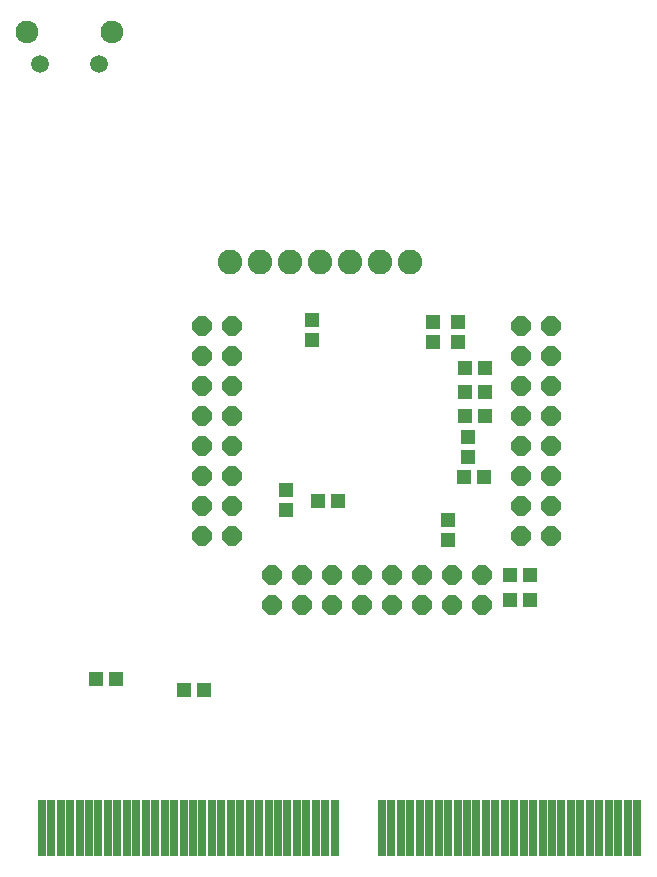
<source format=gbs>
G75*
%MOIN*%
%OFA0B0*%
%FSLAX25Y25*%
%IPPOS*%
%LPD*%
%AMOC8*
5,1,8,0,0,1.08239X$1,22.5*
%
%ADD10R,0.05131X0.04737*%
%ADD11R,0.04737X0.05131*%
%ADD12C,0.05950*%
%ADD13C,0.07591*%
%ADD14OC8,0.06400*%
%ADD15R,0.03162X0.18517*%
%ADD16C,0.08200*%
D10*
X0040509Y0064192D03*
X0047202Y0064192D03*
X0069705Y0060426D03*
X0076398Y0060426D03*
X0114410Y0123567D03*
X0121103Y0123567D03*
X0163053Y0131597D03*
X0169746Y0131597D03*
X0170294Y0151776D03*
X0163601Y0151776D03*
X0163567Y0159829D03*
X0163591Y0167878D03*
X0170283Y0167878D03*
X0170260Y0159829D03*
X0178419Y0098942D03*
X0185112Y0098942D03*
X0185072Y0090662D03*
X0178379Y0090662D03*
D11*
X0157676Y0110638D03*
X0157676Y0117331D03*
X0164477Y0138302D03*
X0164477Y0144995D03*
X0161161Y0176649D03*
X0161161Y0183342D03*
X0152710Y0183355D03*
X0152710Y0176662D03*
X0112418Y0177090D03*
X0112418Y0183783D03*
X0103742Y0127381D03*
X0103742Y0120688D03*
D12*
X0041499Y0269190D03*
X0021814Y0269190D03*
D13*
X0017493Y0279820D03*
X0045820Y0279820D03*
D14*
X0075893Y0181936D03*
X0075893Y0171936D03*
X0075893Y0161936D03*
X0075893Y0151936D03*
X0075893Y0141936D03*
X0075893Y0131936D03*
X0075893Y0121936D03*
X0075893Y0111936D03*
X0085893Y0111936D03*
X0085893Y0121936D03*
X0085893Y0131936D03*
X0085893Y0141936D03*
X0085893Y0151936D03*
X0085893Y0161936D03*
X0085893Y0171936D03*
X0085893Y0181936D03*
X0099043Y0098786D03*
X0109043Y0098786D03*
X0109043Y0088786D03*
X0099043Y0088786D03*
X0119043Y0088786D03*
X0129043Y0088786D03*
X0139043Y0088786D03*
X0149043Y0088786D03*
X0159043Y0088786D03*
X0169043Y0088786D03*
X0169043Y0098786D03*
X0159043Y0098786D03*
X0149043Y0098786D03*
X0139043Y0098786D03*
X0129043Y0098786D03*
X0119043Y0098786D03*
X0182192Y0111936D03*
X0182192Y0121936D03*
X0192192Y0121936D03*
X0192192Y0111936D03*
X0192192Y0131936D03*
X0182192Y0131936D03*
X0182192Y0141936D03*
X0192192Y0141936D03*
X0192192Y0151936D03*
X0182192Y0151936D03*
X0182192Y0161936D03*
X0192192Y0161936D03*
X0192192Y0171936D03*
X0182192Y0171936D03*
X0182192Y0181936D03*
X0192192Y0181936D03*
D15*
X0022408Y0014449D03*
X0025558Y0014449D03*
X0028707Y0014449D03*
X0031857Y0014449D03*
X0035007Y0014449D03*
X0038156Y0014449D03*
X0041306Y0014449D03*
X0044455Y0014449D03*
X0047605Y0014449D03*
X0050755Y0014449D03*
X0053904Y0014449D03*
X0057054Y0014449D03*
X0060203Y0014449D03*
X0063353Y0014449D03*
X0066503Y0014449D03*
X0069652Y0014449D03*
X0072802Y0014449D03*
X0075951Y0014449D03*
X0079101Y0014449D03*
X0082251Y0014449D03*
X0085400Y0014449D03*
X0088550Y0014449D03*
X0091699Y0014449D03*
X0094849Y0014449D03*
X0097999Y0014449D03*
X0101148Y0014449D03*
X0104298Y0014449D03*
X0107447Y0014449D03*
X0110597Y0014449D03*
X0113747Y0014449D03*
X0116896Y0014449D03*
X0120046Y0014449D03*
X0135794Y0014449D03*
X0138944Y0014449D03*
X0142093Y0014449D03*
X0145243Y0014449D03*
X0148392Y0014449D03*
X0151542Y0014449D03*
X0154692Y0014449D03*
X0157841Y0014449D03*
X0160991Y0014449D03*
X0164140Y0014449D03*
X0167290Y0014449D03*
X0170440Y0014449D03*
X0173589Y0014449D03*
X0176739Y0014449D03*
X0179888Y0014449D03*
X0183038Y0014449D03*
X0186188Y0014449D03*
X0189337Y0014449D03*
X0192487Y0014449D03*
X0195636Y0014449D03*
X0198786Y0014449D03*
X0201936Y0014449D03*
X0205085Y0014449D03*
X0208235Y0014449D03*
X0211384Y0014449D03*
X0214534Y0014449D03*
X0217684Y0014449D03*
X0220833Y0014449D03*
D16*
X0145100Y0203118D03*
X0135100Y0203118D03*
X0125100Y0203118D03*
X0115100Y0203118D03*
X0105100Y0203118D03*
X0095100Y0203118D03*
X0085100Y0203118D03*
M02*

</source>
